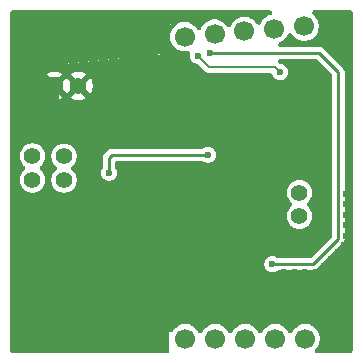
<source format=gbr>
%TF.GenerationSoftware,KiCad,Pcbnew,9.0.2*%
%TF.CreationDate,2025-06-04T00:25:23+07:00*%
%TF.ProjectId,Power Delivery Management_3.3V,506f7765-7220-4446-956c-697665727920,rev?*%
%TF.SameCoordinates,Original*%
%TF.FileFunction,Copper,L4,Bot*%
%TF.FilePolarity,Positive*%
%FSLAX46Y46*%
G04 Gerber Fmt 4.6, Leading zero omitted, Abs format (unit mm)*
G04 Created by KiCad (PCBNEW 9.0.2) date 2025-06-04 00:25:23*
%MOMM*%
%LPD*%
G01*
G04 APERTURE LIST*
G04 Aperture macros list*
%AMRotRect*
0 Rectangle, with rotation*
0 The origin of the aperture is its center*
0 $1 length*
0 $2 width*
0 $3 Rotation angle, in degrees counterclockwise*
0 Add horizontal line*
21,1,$1,$2,0,0,$3*%
G04 Aperture macros list end*
%TA.AperFunction,ComponentPad*%
%ADD10C,1.400000*%
%TD*%
%TA.AperFunction,ComponentPad*%
%ADD11RotRect,1.700000X1.700000X275.000000*%
%TD*%
%TA.AperFunction,ComponentPad*%
%ADD12C,1.700000*%
%TD*%
%TA.AperFunction,ComponentPad*%
%ADD13R,1.700000X1.700000*%
%TD*%
%TA.AperFunction,ViaPad*%
%ADD14C,0.600000*%
%TD*%
%TA.AperFunction,Conductor*%
%ADD15C,0.254000*%
%TD*%
%TA.AperFunction,Conductor*%
%ADD16C,0.200000*%
%TD*%
G04 APERTURE END LIST*
D10*
%TO.P,GND1,1,1*%
%TO.N,GND*%
X50749200Y-46990000D03*
X48749200Y-46990000D03*
%TD*%
%TO.P,3.3,1,1*%
%TO.N,3.3V*%
X46863000Y-54959000D03*
X46863000Y-52959000D03*
%TD*%
%TO.P,+12,1,1*%
%TO.N,+12V*%
X49530000Y-52975000D03*
X49530000Y-54975000D03*
%TD*%
%TO.P,SENS1,1,1*%
%TO.N,VSENSE*%
X69469000Y-56039000D03*
X69469000Y-58039000D03*
%TD*%
D11*
%TO.P,J4,1,Pin_1*%
%TO.N,GND*%
X47090827Y-43944567D03*
D12*
%TO.P,J4,2,Pin_2*%
X49621163Y-43723191D03*
%TO.P,J4,3,Pin_3*%
X52151496Y-43501816D03*
%TO.P,J4,4,Pin_4*%
X54681831Y-43280440D03*
%TO.P,J4,5,Pin_5*%
X57212165Y-43059065D03*
%TO.P,J4,6,Pin_6*%
%TO.N,3.3V*%
X59742500Y-42837689D03*
%TO.P,J4,7,Pin_7*%
X62272834Y-42616313D03*
%TO.P,J4,8,Pin_8*%
X64803169Y-42394938D03*
%TO.P,J4,9,Pin_9*%
X67333503Y-42173562D03*
%TO.P,J4,10,Pin_10*%
X69863838Y-41952187D03*
%TD*%
D13*
%TO.P,J3,1,Pin_1*%
%TO.N,GND*%
X47090827Y-68404360D03*
D12*
%TO.P,J3,2,Pin_2*%
X49630827Y-68404360D03*
%TO.P,J3,3,Pin_3*%
X52170827Y-68404360D03*
%TO.P,J3,4,Pin_4*%
X54710827Y-68404360D03*
%TO.P,J3,5,Pin_5*%
X57250827Y-68404360D03*
%TO.P,J3,6,Pin_6*%
%TO.N,+12V*%
X59790827Y-68404360D03*
%TO.P,J3,7,Pin_7*%
X62330827Y-68404360D03*
%TO.P,J3,8,Pin_8*%
X64870827Y-68404360D03*
%TO.P,J3,9,Pin_9*%
X67410827Y-68404360D03*
%TO.P,J3,10,Pin_10*%
X69950827Y-68404360D03*
%TD*%
D14*
%TO.N,3.3V*%
X61874400Y-44196000D03*
X60858400Y-44450000D03*
X67182000Y-62103000D03*
X67818000Y-45821600D03*
%TO.N,GND*%
X66040000Y-62230000D03*
X65024000Y-48260000D03*
X65786000Y-46228000D03*
X69291200Y-48107600D03*
X70739000Y-60960000D03*
X54737000Y-54356000D03*
X57404000Y-55118000D03*
X56642000Y-55118000D03*
X55826929Y-52029853D03*
X56261000Y-54356000D03*
X68199000Y-62738000D03*
X56488483Y-57221194D03*
X45339000Y-58547000D03*
X55880000Y-53721000D03*
X55118000Y-55118000D03*
X45339000Y-64389000D03*
X56682342Y-52019160D03*
X71534522Y-62273205D03*
X51308000Y-50292000D03*
X60960000Y-48260000D03*
X68529200Y-48107600D03*
X71374000Y-60325000D03*
X66294000Y-49149000D03*
X66675000Y-55499000D03*
X56642000Y-53721000D03*
X45339000Y-65913000D03*
X73406000Y-57912000D03*
X55118000Y-53721000D03*
X62992000Y-48260000D03*
X45339000Y-61849000D03*
X63246000Y-55499000D03*
X62357000Y-55499000D03*
X73398000Y-59690000D03*
X66675000Y-46228000D03*
X58928000Y-48768000D03*
X52070000Y-53594000D03*
X55880000Y-62484000D03*
X65786000Y-55499000D03*
X57023000Y-54356000D03*
X45339000Y-62611000D03*
X72126835Y-61680891D03*
X64135000Y-55499000D03*
X70866000Y-62738000D03*
X68199000Y-61341000D03*
X45339000Y-59309000D03*
X70180200Y-48107600D03*
X52070000Y-50292000D03*
X54356000Y-61087000D03*
X55253894Y-59782224D03*
X60706000Y-55499000D03*
X66040000Y-48260000D03*
X71069200Y-48107600D03*
X66294000Y-50038000D03*
X55880000Y-61087000D03*
X56495083Y-59764365D03*
X69088000Y-62738000D03*
X66294000Y-50927000D03*
X64897000Y-55499000D03*
X52070000Y-51181000D03*
X66294000Y-51816000D03*
X57404000Y-61087000D03*
X49784000Y-50292000D03*
X65405000Y-61722000D03*
X65405000Y-62865000D03*
X73414000Y-57023000D03*
X61595000Y-55499000D03*
X55880000Y-55118000D03*
X50546000Y-50292000D03*
X56497129Y-56143929D03*
X45339000Y-65151000D03*
X67564000Y-63500000D03*
X72009000Y-58801000D03*
X62992000Y-47244000D03*
X56488483Y-58771194D03*
X55118000Y-62484000D03*
X65532000Y-58420000D03*
X62992000Y-46228000D03*
X69977000Y-61341000D03*
X73406000Y-56134000D03*
X65024000Y-65024000D03*
X72009000Y-56134000D03*
X55283483Y-57221194D03*
X57023000Y-61849000D03*
X52070000Y-54356000D03*
X61976000Y-48260000D03*
X73263805Y-60462223D03*
X64897000Y-46228000D03*
X66040000Y-65024000D03*
X55499000Y-61849000D03*
X52070000Y-52832000D03*
X72009000Y-57023000D03*
X63692429Y-65247673D03*
X45339000Y-61087000D03*
X52070000Y-52070000D03*
X54737000Y-61849000D03*
X54356000Y-55118000D03*
X72009000Y-57912000D03*
X55258917Y-56126070D03*
X69977000Y-62730000D03*
X66853624Y-64348143D03*
X56642000Y-61087000D03*
X55499000Y-54356000D03*
X58928000Y-46736000D03*
X69088000Y-61341000D03*
X71988327Y-59619043D03*
X72719149Y-61061345D03*
X59944000Y-48260000D03*
X58928000Y-47752000D03*
X64008000Y-46228000D03*
X62484000Y-65278000D03*
X64008000Y-48260000D03*
X56642000Y-62484000D03*
X56261000Y-61849000D03*
X55118000Y-61087000D03*
X45339000Y-57785000D03*
X57580527Y-52008468D03*
X55283483Y-58771194D03*
X73406000Y-58801000D03*
%TO.N,BOOT*%
X61722000Y-52832000D03*
X53340000Y-54356000D03*
%TD*%
D15*
%TO.N,3.3V*%
X61874400Y-44196000D02*
X71120000Y-44196000D01*
D16*
X67818000Y-45821600D02*
X67411600Y-45415200D01*
X67411600Y-45415200D02*
X61823600Y-45415200D01*
D15*
X70612000Y-62103000D02*
X67182000Y-62103000D01*
X72771000Y-59944000D02*
X70612000Y-62103000D01*
X71120000Y-44196000D02*
X72771000Y-45847000D01*
D16*
X61823600Y-45415200D02*
X60858400Y-44450000D01*
D15*
X72771000Y-45847000D02*
X72771000Y-59944000D01*
%TO.N,BOOT*%
X53594000Y-52832000D02*
X53340000Y-53086000D01*
X61722000Y-52832000D02*
X53594000Y-52832000D01*
X53340000Y-53086000D02*
X53340000Y-54356000D01*
%TD*%
%TA.AperFunction,Conductor*%
%TO.N,GND*%
G36*
X73777881Y-40612568D02*
G01*
X73784225Y-40613572D01*
X73796909Y-40615582D01*
X73853304Y-40633907D01*
X73857423Y-40636006D01*
X73869249Y-40644598D01*
X73875179Y-40646977D01*
X73880431Y-40652723D01*
X73905380Y-40670850D01*
X73908650Y-40674120D01*
X73943502Y-40722093D01*
X73945599Y-40726209D01*
X73963915Y-40782574D01*
X73966999Y-40802042D01*
X73969334Y-40831693D01*
X73969334Y-69336680D01*
X73969330Y-69336695D01*
X73969333Y-69382397D01*
X73969333Y-69387684D01*
X73969331Y-69387691D01*
X73967002Y-69417315D01*
X73963917Y-69436800D01*
X73945597Y-69493191D01*
X73943501Y-69497305D01*
X73925379Y-69522248D01*
X73922159Y-69529339D01*
X73917250Y-69533437D01*
X73908649Y-69545277D01*
X73905379Y-69548547D01*
X73857422Y-69583391D01*
X73853305Y-69585489D01*
X73796922Y-69603813D01*
X73777888Y-69606829D01*
X73748231Y-69609164D01*
X70945120Y-69609164D01*
X70862899Y-69590398D01*
X70796963Y-69537815D01*
X70760371Y-69461832D01*
X70760371Y-69377496D01*
X70796963Y-69301513D01*
X70811114Y-69285676D01*
X70890163Y-69206628D01*
X71004100Y-69049807D01*
X71092103Y-68877092D01*
X71152003Y-68692737D01*
X71182327Y-68501281D01*
X71182327Y-68307439D01*
X71180686Y-68297081D01*
X71167664Y-68214860D01*
X71152003Y-68115983D01*
X71092103Y-67931628D01*
X71092103Y-67931627D01*
X71051982Y-67852886D01*
X71004100Y-67758913D01*
X70890163Y-67602092D01*
X70753095Y-67465024D01*
X70596274Y-67351087D01*
X70520096Y-67312272D01*
X70423559Y-67263083D01*
X70423553Y-67263081D01*
X70239207Y-67203184D01*
X70047749Y-67172860D01*
X70047748Y-67172860D01*
X69853906Y-67172860D01*
X69853905Y-67172860D01*
X69662446Y-67203184D01*
X69478100Y-67263081D01*
X69478094Y-67263083D01*
X69305378Y-67351088D01*
X69148561Y-67465022D01*
X69011489Y-67602094D01*
X68897554Y-67758911D01*
X68849672Y-67852886D01*
X68795623Y-67917625D01*
X68718838Y-67952503D01*
X68634524Y-67950610D01*
X68559380Y-67912322D01*
X68511982Y-67852886D01*
X68464099Y-67758911D01*
X68350164Y-67602094D01*
X68350163Y-67602092D01*
X68213095Y-67465024D01*
X68056274Y-67351087D01*
X67980096Y-67312272D01*
X67883559Y-67263083D01*
X67883553Y-67263081D01*
X67699207Y-67203184D01*
X67507749Y-67172860D01*
X67507748Y-67172860D01*
X67313906Y-67172860D01*
X67313905Y-67172860D01*
X67122446Y-67203184D01*
X66938100Y-67263081D01*
X66938094Y-67263083D01*
X66765378Y-67351088D01*
X66608561Y-67465022D01*
X66471489Y-67602094D01*
X66357554Y-67758911D01*
X66309672Y-67852886D01*
X66255623Y-67917625D01*
X66178838Y-67952503D01*
X66094524Y-67950610D01*
X66019380Y-67912322D01*
X65971982Y-67852886D01*
X65924099Y-67758911D01*
X65810164Y-67602094D01*
X65810163Y-67602092D01*
X65673095Y-67465024D01*
X65516274Y-67351087D01*
X65440096Y-67312272D01*
X65343559Y-67263083D01*
X65343553Y-67263081D01*
X65159207Y-67203184D01*
X64967749Y-67172860D01*
X64967748Y-67172860D01*
X64773906Y-67172860D01*
X64773905Y-67172860D01*
X64582446Y-67203184D01*
X64398100Y-67263081D01*
X64398094Y-67263083D01*
X64225378Y-67351088D01*
X64068561Y-67465022D01*
X63931489Y-67602094D01*
X63817554Y-67758911D01*
X63769672Y-67852886D01*
X63715623Y-67917625D01*
X63638838Y-67952503D01*
X63554524Y-67950610D01*
X63479380Y-67912322D01*
X63431982Y-67852886D01*
X63384099Y-67758911D01*
X63270164Y-67602094D01*
X63270163Y-67602092D01*
X63133095Y-67465024D01*
X62976274Y-67351087D01*
X62900096Y-67312272D01*
X62803559Y-67263083D01*
X62803553Y-67263081D01*
X62619207Y-67203184D01*
X62427749Y-67172860D01*
X62427748Y-67172860D01*
X62233906Y-67172860D01*
X62233905Y-67172860D01*
X62042446Y-67203184D01*
X61858100Y-67263081D01*
X61858094Y-67263083D01*
X61685378Y-67351088D01*
X61528561Y-67465022D01*
X61391489Y-67602094D01*
X61277554Y-67758911D01*
X61229672Y-67852886D01*
X61175623Y-67917625D01*
X61098838Y-67952503D01*
X61014524Y-67950610D01*
X60939380Y-67912322D01*
X60891982Y-67852886D01*
X60844099Y-67758911D01*
X60730164Y-67602094D01*
X60730163Y-67602092D01*
X60593095Y-67465024D01*
X60436274Y-67351087D01*
X60360096Y-67312272D01*
X60263559Y-67263083D01*
X60263553Y-67263081D01*
X60079207Y-67203184D01*
X59887749Y-67172860D01*
X59887748Y-67172860D01*
X59693906Y-67172860D01*
X59693905Y-67172860D01*
X59502446Y-67203184D01*
X59318100Y-67263081D01*
X59318094Y-67263083D01*
X59145378Y-67351088D01*
X58988561Y-67465022D01*
X58851488Y-67602095D01*
X58742712Y-67751812D01*
X58679201Y-67807299D01*
X58597905Y-67829735D01*
X58514925Y-67814676D01*
X58446696Y-67765105D01*
X58423940Y-67731459D01*
X58422778Y-67546622D01*
X57773794Y-67014123D01*
X45366837Y-66999036D01*
X45340510Y-69609164D01*
X45255197Y-69609164D01*
X45255120Y-69609159D01*
X45191826Y-69609163D01*
X45162178Y-69606831D01*
X45142720Y-69603750D01*
X45086327Y-69585428D01*
X45082226Y-69583339D01*
X45034241Y-69548470D01*
X45030991Y-69545219D01*
X45022400Y-69533393D01*
X45017488Y-69529292D01*
X45014261Y-69522188D01*
X44996161Y-69497271D01*
X44994070Y-69493167D01*
X44975749Y-69436776D01*
X44972667Y-69417311D01*
X44970337Y-69387685D01*
X44970337Y-69353107D01*
X44970338Y-69336695D01*
X44970337Y-69336691D01*
X44970337Y-52873883D01*
X45781500Y-52873883D01*
X45781500Y-52873884D01*
X45781500Y-53044116D01*
X45808130Y-53212252D01*
X45851344Y-53345251D01*
X45860735Y-53374151D01*
X45860737Y-53374156D01*
X45938016Y-53525827D01*
X45938018Y-53525829D01*
X46038078Y-53663550D01*
X46038080Y-53663552D01*
X46158447Y-53783919D01*
X46158455Y-53783926D01*
X46188414Y-53805693D01*
X46243901Y-53869204D01*
X46266336Y-53950500D01*
X46251277Y-54033480D01*
X46201705Y-54101708D01*
X46188414Y-54112307D01*
X46158455Y-54134073D01*
X46158447Y-54134080D01*
X46038080Y-54254447D01*
X46038078Y-54254450D01*
X45938018Y-54392170D01*
X45938016Y-54392172D01*
X45860737Y-54543843D01*
X45860735Y-54543848D01*
X45808130Y-54705746D01*
X45781500Y-54873883D01*
X45781500Y-55044116D01*
X45808130Y-55212253D01*
X45860735Y-55374151D01*
X45860737Y-55374156D01*
X45938016Y-55525827D01*
X45938018Y-55525829D01*
X46038078Y-55663550D01*
X46158450Y-55783922D01*
X46296170Y-55883981D01*
X46296172Y-55883983D01*
X46375071Y-55924183D01*
X46447848Y-55961265D01*
X46609748Y-56013870D01*
X46777884Y-56040500D01*
X46948116Y-56040500D01*
X47116252Y-56013870D01*
X47278152Y-55961265D01*
X47429829Y-55883982D01*
X47567550Y-55783922D01*
X47687922Y-55663550D01*
X47787982Y-55525829D01*
X47865265Y-55374152D01*
X47917870Y-55212252D01*
X47944500Y-55044116D01*
X47944500Y-54873884D01*
X47917870Y-54705748D01*
X47865265Y-54543848D01*
X47828183Y-54471071D01*
X47787983Y-54392172D01*
X47787981Y-54392170D01*
X47687922Y-54254450D01*
X47567550Y-54134078D01*
X47537585Y-54112307D01*
X47482099Y-54048798D01*
X47459663Y-53967502D01*
X47474721Y-53884522D01*
X47524292Y-53816293D01*
X47537581Y-53805695D01*
X47567550Y-53783922D01*
X47687922Y-53663550D01*
X47787982Y-53525829D01*
X47865265Y-53374152D01*
X47917870Y-53212252D01*
X47944500Y-53044116D01*
X47944500Y-52889884D01*
X48448500Y-52889884D01*
X48448500Y-53060116D01*
X48475130Y-53228252D01*
X48525035Y-53381843D01*
X48527735Y-53390151D01*
X48527737Y-53390156D01*
X48605016Y-53541827D01*
X48605018Y-53541829D01*
X48705078Y-53679550D01*
X48705080Y-53679552D01*
X48825447Y-53799919D01*
X48825455Y-53799926D01*
X48855414Y-53821693D01*
X48910901Y-53885204D01*
X48933336Y-53966500D01*
X48918277Y-54049480D01*
X48868705Y-54117708D01*
X48855414Y-54128307D01*
X48825455Y-54150073D01*
X48825447Y-54150080D01*
X48705080Y-54270447D01*
X48705078Y-54270450D01*
X48605018Y-54408170D01*
X48605016Y-54408172D01*
X48527737Y-54559843D01*
X48527735Y-54559848D01*
X48475130Y-54721746D01*
X48448500Y-54889883D01*
X48448500Y-55060116D01*
X48475130Y-55228253D01*
X48527735Y-55390151D01*
X48527737Y-55390156D01*
X48605016Y-55541827D01*
X48605018Y-55541829D01*
X48705078Y-55679550D01*
X48825450Y-55799922D01*
X48963170Y-55899981D01*
X48963172Y-55899983D01*
X49042071Y-55940183D01*
X49114848Y-55977265D01*
X49276748Y-56029870D01*
X49444884Y-56056500D01*
X49615116Y-56056500D01*
X49783252Y-56029870D01*
X49945152Y-55977265D01*
X49991042Y-55953883D01*
X68387500Y-55953883D01*
X68387500Y-56124116D01*
X68414130Y-56292253D01*
X68466735Y-56454151D01*
X68466737Y-56454156D01*
X68544016Y-56605827D01*
X68544018Y-56605829D01*
X68644078Y-56743550D01*
X68644080Y-56743552D01*
X68764447Y-56863919D01*
X68764455Y-56863926D01*
X68794414Y-56885693D01*
X68849901Y-56949204D01*
X68872336Y-57030500D01*
X68857277Y-57113480D01*
X68807705Y-57181708D01*
X68794414Y-57192307D01*
X68764455Y-57214073D01*
X68764447Y-57214080D01*
X68644080Y-57334447D01*
X68644078Y-57334450D01*
X68544018Y-57472170D01*
X68544016Y-57472172D01*
X68466737Y-57623843D01*
X68466735Y-57623848D01*
X68414130Y-57785746D01*
X68387500Y-57953883D01*
X68387500Y-58124116D01*
X68414130Y-58292253D01*
X68466735Y-58454151D01*
X68466737Y-58454156D01*
X68544016Y-58605827D01*
X68544018Y-58605829D01*
X68644078Y-58743550D01*
X68764450Y-58863922D01*
X68902170Y-58963981D01*
X68902172Y-58963983D01*
X68981071Y-59004183D01*
X69053848Y-59041265D01*
X69215748Y-59093870D01*
X69383884Y-59120500D01*
X69554116Y-59120500D01*
X69722252Y-59093870D01*
X69884152Y-59041265D01*
X70035829Y-58963982D01*
X70173550Y-58863922D01*
X70293922Y-58743550D01*
X70393982Y-58605829D01*
X70471265Y-58454152D01*
X70523870Y-58292252D01*
X70550500Y-58124116D01*
X70550500Y-57953884D01*
X70523870Y-57785748D01*
X70471265Y-57623848D01*
X70393982Y-57472171D01*
X70293922Y-57334450D01*
X70173550Y-57214078D01*
X70143585Y-57192307D01*
X70088099Y-57128798D01*
X70065663Y-57047502D01*
X70080721Y-56964522D01*
X70130292Y-56896293D01*
X70143581Y-56885695D01*
X70173550Y-56863922D01*
X70293922Y-56743550D01*
X70393982Y-56605829D01*
X70471265Y-56454152D01*
X70523870Y-56292252D01*
X70550500Y-56124116D01*
X70550500Y-55953884D01*
X70523870Y-55785748D01*
X70471265Y-55623848D01*
X70393982Y-55472171D01*
X70293922Y-55334450D01*
X70173550Y-55214078D01*
X70035829Y-55114018D01*
X70035827Y-55114016D01*
X69884156Y-55036737D01*
X69884155Y-55036736D01*
X69884152Y-55036735D01*
X69803202Y-55010432D01*
X69722253Y-54984130D01*
X69554116Y-54957500D01*
X69383884Y-54957500D01*
X69215746Y-54984130D01*
X69053848Y-55036735D01*
X69053843Y-55036737D01*
X68902172Y-55114016D01*
X68902170Y-55114018D01*
X68764450Y-55214078D01*
X68764447Y-55214080D01*
X68644080Y-55334447D01*
X68644078Y-55334450D01*
X68544018Y-55472170D01*
X68544016Y-55472172D01*
X68466737Y-55623843D01*
X68466735Y-55623848D01*
X68414130Y-55785746D01*
X68387500Y-55953883D01*
X49991042Y-55953883D01*
X50096829Y-55899982D01*
X50234550Y-55799922D01*
X50354922Y-55679550D01*
X50454982Y-55541829D01*
X50532265Y-55390152D01*
X50584870Y-55228252D01*
X50611500Y-55060116D01*
X50611500Y-54889884D01*
X50584870Y-54721748D01*
X50532265Y-54559848D01*
X50462600Y-54423122D01*
X50454983Y-54408172D01*
X50454979Y-54408166D01*
X50442474Y-54390955D01*
X50442472Y-54390953D01*
X50368310Y-54288878D01*
X52658500Y-54288878D01*
X52658500Y-54423122D01*
X52684690Y-54554786D01*
X52684691Y-54554788D01*
X52684692Y-54554793D01*
X52736059Y-54678805D01*
X52736063Y-54678812D01*
X52810645Y-54790431D01*
X52905569Y-54885355D01*
X52960998Y-54922392D01*
X53017187Y-54959936D01*
X53017194Y-54959940D01*
X53141206Y-55011307D01*
X53141207Y-55011307D01*
X53141214Y-55011310D01*
X53272878Y-55037500D01*
X53272881Y-55037500D01*
X53407119Y-55037500D01*
X53407122Y-55037500D01*
X53538786Y-55011310D01*
X53559050Y-55002916D01*
X53662805Y-54959940D01*
X53662808Y-54959938D01*
X53662811Y-54959937D01*
X53774431Y-54885355D01*
X53869355Y-54790431D01*
X53943937Y-54678811D01*
X53943938Y-54678808D01*
X53943940Y-54678805D01*
X53995307Y-54554793D01*
X53995306Y-54554793D01*
X53995310Y-54554786D01*
X54021500Y-54423122D01*
X54021500Y-54288878D01*
X53995310Y-54157214D01*
X53992355Y-54150080D01*
X53943940Y-54033194D01*
X53943936Y-54033187D01*
X53880437Y-53938154D01*
X53875645Y-53925601D01*
X53867266Y-53915094D01*
X53860769Y-53886632D01*
X53850361Y-53859364D01*
X53848500Y-53832873D01*
X53848500Y-53530000D01*
X53867266Y-53447779D01*
X53919849Y-53381843D01*
X53995832Y-53345251D01*
X54038000Y-53340500D01*
X61198874Y-53340500D01*
X61281095Y-53359266D01*
X61304145Y-53372430D01*
X61399189Y-53435937D01*
X61399191Y-53435938D01*
X61399193Y-53435939D01*
X61399194Y-53435940D01*
X61523206Y-53487307D01*
X61523207Y-53487307D01*
X61523214Y-53487310D01*
X61654878Y-53513500D01*
X61654881Y-53513500D01*
X61789119Y-53513500D01*
X61789122Y-53513500D01*
X61920786Y-53487310D01*
X61941050Y-53478916D01*
X62044805Y-53435940D01*
X62044808Y-53435938D01*
X62044811Y-53435937D01*
X62156431Y-53361355D01*
X62251355Y-53266431D01*
X62325937Y-53154811D01*
X62325938Y-53154808D01*
X62325940Y-53154805D01*
X62368916Y-53051050D01*
X62377310Y-53030786D01*
X62403500Y-52899122D01*
X62403500Y-52764878D01*
X62377310Y-52633214D01*
X62346919Y-52559843D01*
X62325940Y-52509194D01*
X62325936Y-52509187D01*
X62269750Y-52425099D01*
X62251355Y-52397569D01*
X62156431Y-52302645D01*
X62108248Y-52270450D01*
X62044812Y-52228063D01*
X62044805Y-52228059D01*
X61920793Y-52176692D01*
X61920788Y-52176691D01*
X61920786Y-52176690D01*
X61789122Y-52150500D01*
X61654878Y-52150500D01*
X61523214Y-52176690D01*
X61523212Y-52176690D01*
X61523206Y-52176692D01*
X61399194Y-52228059D01*
X61399193Y-52228060D01*
X61399189Y-52228063D01*
X61304152Y-52291564D01*
X61225365Y-52321639D01*
X61198874Y-52323500D01*
X53527054Y-52323500D01*
X53397726Y-52358153D01*
X53397720Y-52358155D01*
X53281775Y-52425097D01*
X52933097Y-52773775D01*
X52867757Y-52886945D01*
X52867758Y-52886946D01*
X52866151Y-52889728D01*
X52831500Y-53019053D01*
X52831500Y-53832873D01*
X52812734Y-53915094D01*
X52799563Y-53938154D01*
X52736063Y-54033187D01*
X52736059Y-54033194D01*
X52684692Y-54157206D01*
X52684690Y-54157212D01*
X52684690Y-54157214D01*
X52658500Y-54288878D01*
X50368310Y-54288878D01*
X50354922Y-54270450D01*
X50234550Y-54150078D01*
X50204585Y-54128307D01*
X50149099Y-54064798D01*
X50126663Y-53983502D01*
X50141721Y-53900522D01*
X50191292Y-53832293D01*
X50204581Y-53821695D01*
X50234550Y-53799922D01*
X50354922Y-53679550D01*
X50454982Y-53541829D01*
X50532265Y-53390152D01*
X50584870Y-53228252D01*
X50611500Y-53060116D01*
X50611500Y-52889884D01*
X50584870Y-52721748D01*
X50532265Y-52559848D01*
X50495183Y-52487071D01*
X50454983Y-52408172D01*
X50454981Y-52408170D01*
X50443357Y-52392171D01*
X50354922Y-52270450D01*
X50234550Y-52150078D01*
X50096829Y-52050018D01*
X50096827Y-52050016D01*
X49945156Y-51972737D01*
X49945155Y-51972736D01*
X49945152Y-51972735D01*
X49864202Y-51946432D01*
X49783253Y-51920130D01*
X49615116Y-51893500D01*
X49444884Y-51893500D01*
X49276746Y-51920130D01*
X49114848Y-51972735D01*
X49114843Y-51972737D01*
X48963172Y-52050016D01*
X48963170Y-52050018D01*
X48825450Y-52150078D01*
X48825447Y-52150080D01*
X48705080Y-52270447D01*
X48705078Y-52270450D01*
X48605018Y-52408170D01*
X48605016Y-52408172D01*
X48527737Y-52559843D01*
X48527735Y-52559848D01*
X48475130Y-52721746D01*
X48466890Y-52773773D01*
X48448500Y-52889884D01*
X47944500Y-52889884D01*
X47944500Y-52873884D01*
X47917870Y-52705748D01*
X47865265Y-52543848D01*
X47796135Y-52408172D01*
X47787983Y-52392172D01*
X47787981Y-52392170D01*
X47763268Y-52358155D01*
X47687922Y-52254450D01*
X47567550Y-52134078D01*
X47429829Y-52034018D01*
X47429827Y-52034016D01*
X47278156Y-51956737D01*
X47278155Y-51956736D01*
X47278152Y-51956735D01*
X47197202Y-51930432D01*
X47116253Y-51904130D01*
X46948116Y-51877500D01*
X46777884Y-51877500D01*
X46609746Y-51904130D01*
X46447848Y-51956735D01*
X46447843Y-51956737D01*
X46296172Y-52034016D01*
X46296170Y-52034018D01*
X46158450Y-52134078D01*
X46158447Y-52134080D01*
X46038080Y-52254447D01*
X46038078Y-52254450D01*
X45938018Y-52392170D01*
X45938016Y-52392172D01*
X45860737Y-52543843D01*
X45860735Y-52543848D01*
X45808130Y-52705746D01*
X45781500Y-52873883D01*
X44970337Y-52873883D01*
X44970337Y-48753976D01*
X49149000Y-48692581D01*
X49149000Y-48121850D01*
X49209836Y-48102084D01*
X49209838Y-48102084D01*
X49378142Y-48016328D01*
X49403528Y-47997883D01*
X50094870Y-47997883D01*
X50120261Y-48016330D01*
X50288551Y-48102079D01*
X50288563Y-48102084D01*
X50468197Y-48160451D01*
X50654758Y-48190000D01*
X50843642Y-48190000D01*
X51030202Y-48160451D01*
X51209836Y-48102084D01*
X51209838Y-48102084D01*
X51378142Y-48016328D01*
X51403528Y-47997883D01*
X50749200Y-47343553D01*
X50094870Y-47997883D01*
X49403528Y-47997883D01*
X49149000Y-47743354D01*
X49149000Y-47036246D01*
X49749200Y-47636445D01*
X50395646Y-46990000D01*
X50349568Y-46943922D01*
X50399200Y-46943922D01*
X50399200Y-47036078D01*
X50423052Y-47125095D01*
X50469130Y-47204905D01*
X50534295Y-47270070D01*
X50614105Y-47316148D01*
X50703122Y-47340000D01*
X50795278Y-47340000D01*
X50884295Y-47316148D01*
X50964105Y-47270070D01*
X51029270Y-47204905D01*
X51075348Y-47125095D01*
X51099200Y-47036078D01*
X51099200Y-46990000D01*
X51102753Y-46990000D01*
X51757083Y-47644328D01*
X51775528Y-47618942D01*
X51861284Y-47450638D01*
X51861284Y-47450636D01*
X51919651Y-47271002D01*
X51949200Y-47084442D01*
X51949200Y-46895557D01*
X51919651Y-46708997D01*
X51861284Y-46529363D01*
X51861279Y-46529351D01*
X51775530Y-46361061D01*
X51757083Y-46335670D01*
X51102753Y-46990000D01*
X51099200Y-46990000D01*
X51099200Y-46943922D01*
X51075348Y-46854905D01*
X51029270Y-46775095D01*
X50964105Y-46709930D01*
X50884295Y-46663852D01*
X50795278Y-46640000D01*
X50703122Y-46640000D01*
X50614105Y-46663852D01*
X50534295Y-46709930D01*
X50469130Y-46775095D01*
X50423052Y-46854905D01*
X50399200Y-46943922D01*
X50349568Y-46943922D01*
X49749200Y-46343553D01*
X49149000Y-46943753D01*
X49149000Y-46236643D01*
X49403528Y-45982115D01*
X50094870Y-45982115D01*
X50749200Y-46636445D01*
X51403528Y-45982115D01*
X51378136Y-45963667D01*
X51209843Y-45877918D01*
X51209836Y-45877915D01*
X51030202Y-45819548D01*
X50843642Y-45790000D01*
X50654758Y-45790000D01*
X50468197Y-45819548D01*
X50288563Y-45877915D01*
X50288561Y-45877915D01*
X50120263Y-45963668D01*
X50094870Y-45982115D01*
X49403528Y-45982115D01*
X49378136Y-45963667D01*
X49209843Y-45877918D01*
X49209836Y-45877915D01*
X49030202Y-45819548D01*
X48843642Y-45790000D01*
X48654758Y-45790000D01*
X48468197Y-45819548D01*
X48288563Y-45877915D01*
X48288561Y-45877915D01*
X48120263Y-45963668D01*
X48094870Y-45982115D01*
X48340420Y-46227665D01*
X44970337Y-46221682D01*
X44970337Y-42445212D01*
X45222081Y-45592010D01*
X54645177Y-44630440D01*
X54788079Y-44630440D01*
X54997960Y-44597197D01*
X55010326Y-44593178D01*
X56991766Y-44390984D01*
X57105917Y-44409065D01*
X57318413Y-44409065D01*
X57528294Y-44375822D01*
X57705907Y-44318110D01*
X58734533Y-44213146D01*
X58677276Y-43526068D01*
X58734504Y-43555227D01*
X58766366Y-43589309D01*
X58803164Y-43639957D01*
X58940232Y-43777025D01*
X59097053Y-43890962D01*
X59167344Y-43926777D01*
X59269767Y-43978965D01*
X59269773Y-43978967D01*
X59454119Y-44038864D01*
X59454120Y-44038864D01*
X59454123Y-44038865D01*
X59587799Y-44060037D01*
X59645578Y-44069189D01*
X59645579Y-44069189D01*
X59839421Y-44069189D01*
X59983761Y-44046327D01*
X60067900Y-44052000D01*
X60141251Y-44093619D01*
X60189279Y-44162942D01*
X60202473Y-44246239D01*
X60199261Y-44270462D01*
X60176900Y-44382878D01*
X60176900Y-44517122D01*
X60203090Y-44648786D01*
X60203091Y-44648788D01*
X60203092Y-44648793D01*
X60254459Y-44772805D01*
X60254463Y-44772812D01*
X60329045Y-44884431D01*
X60423968Y-44979354D01*
X60535587Y-45053936D01*
X60535594Y-45053940D01*
X60659606Y-45105307D01*
X60659607Y-45105307D01*
X60659614Y-45105310D01*
X60791278Y-45131500D01*
X60791290Y-45131500D01*
X60798867Y-45132247D01*
X60878853Y-45158980D01*
X60914294Y-45186838D01*
X61527952Y-45800496D01*
X61527954Y-45800497D01*
X61637742Y-45863884D01*
X61637744Y-45863885D01*
X61637748Y-45863887D01*
X61760209Y-45896700D01*
X61886991Y-45896700D01*
X66984837Y-45896700D01*
X67067058Y-45915466D01*
X67132994Y-45968049D01*
X67159912Y-46013681D01*
X67214061Y-46144409D01*
X67214063Y-46144412D01*
X67288645Y-46256031D01*
X67383568Y-46350954D01*
X67495187Y-46425536D01*
X67495194Y-46425540D01*
X67619206Y-46476907D01*
X67619207Y-46476907D01*
X67619214Y-46476910D01*
X67750878Y-46503100D01*
X67750881Y-46503100D01*
X67885119Y-46503100D01*
X67885122Y-46503100D01*
X68016786Y-46476910D01*
X68037050Y-46468516D01*
X68140805Y-46425540D01*
X68140808Y-46425538D01*
X68140811Y-46425537D01*
X68252431Y-46350955D01*
X68347355Y-46256031D01*
X68421937Y-46144411D01*
X68421938Y-46144408D01*
X68421940Y-46144405D01*
X68473307Y-46020393D01*
X68473306Y-46020393D01*
X68473310Y-46020386D01*
X68499500Y-45888722D01*
X68499500Y-45754478D01*
X68473310Y-45622814D01*
X68473307Y-45622806D01*
X68421940Y-45498794D01*
X68421936Y-45498787D01*
X68347354Y-45387168D01*
X68252431Y-45292245D01*
X68140812Y-45217663D01*
X68140805Y-45217659D01*
X68016793Y-45166292D01*
X68016788Y-45166291D01*
X68016786Y-45166290D01*
X67885122Y-45140100D01*
X67885119Y-45140100D01*
X67885114Y-45140099D01*
X67877522Y-45139351D01*
X67856030Y-45132166D01*
X67833516Y-45129630D01*
X67816545Y-45118967D01*
X67797537Y-45112613D01*
X67762106Y-45084762D01*
X67750535Y-45073191D01*
X67707248Y-45029904D01*
X67707245Y-45029902D01*
X67705341Y-45027998D01*
X67660472Y-44956589D01*
X67651028Y-44872784D01*
X67678882Y-44793181D01*
X67738516Y-44733547D01*
X67818118Y-44705692D01*
X67839337Y-44704500D01*
X70830878Y-44704500D01*
X70913099Y-44723266D01*
X70964875Y-44760003D01*
X72206997Y-46002124D01*
X72251866Y-46073533D01*
X72262500Y-46136121D01*
X72262500Y-59654878D01*
X72243734Y-59737099D01*
X72206997Y-59788875D01*
X70456875Y-61538997D01*
X70385466Y-61583866D01*
X70322878Y-61594500D01*
X67705126Y-61594500D01*
X67622905Y-61575734D01*
X67599854Y-61562569D01*
X67504811Y-61499063D01*
X67504809Y-61499062D01*
X67504806Y-61499060D01*
X67504805Y-61499059D01*
X67380793Y-61447692D01*
X67380788Y-61447691D01*
X67380786Y-61447690D01*
X67249122Y-61421500D01*
X67114878Y-61421500D01*
X66983214Y-61447690D01*
X66983212Y-61447690D01*
X66983206Y-61447692D01*
X66859194Y-61499059D01*
X66859187Y-61499063D01*
X66747568Y-61573645D01*
X66652645Y-61668568D01*
X66578063Y-61780187D01*
X66578059Y-61780194D01*
X66526692Y-61904206D01*
X66526690Y-61904212D01*
X66526690Y-61904214D01*
X66500500Y-62035878D01*
X66500500Y-62170122D01*
X66526690Y-62301786D01*
X66526691Y-62301788D01*
X66526692Y-62301793D01*
X66578059Y-62425805D01*
X66578063Y-62425812D01*
X66634250Y-62509901D01*
X66652645Y-62537431D01*
X66747569Y-62632355D01*
X66802998Y-62669392D01*
X66859187Y-62706936D01*
X66859194Y-62706940D01*
X66983206Y-62758307D01*
X66983207Y-62758307D01*
X66983214Y-62758310D01*
X67114878Y-62784500D01*
X67114881Y-62784500D01*
X67249119Y-62784500D01*
X67249122Y-62784500D01*
X67380786Y-62758310D01*
X67401050Y-62749916D01*
X67504805Y-62706940D01*
X67504806Y-62706939D01*
X67504805Y-62706939D01*
X67504811Y-62706937D01*
X67599847Y-62643435D01*
X67678635Y-62613361D01*
X67705126Y-62611500D01*
X70678946Y-62611500D01*
X70701507Y-62605454D01*
X70808274Y-62576847D01*
X70924227Y-62509901D01*
X73177901Y-60256227D01*
X73244847Y-60140274D01*
X73279500Y-60010945D01*
X73279500Y-59877055D01*
X73279500Y-45780055D01*
X73244847Y-45650726D01*
X73177901Y-45534774D01*
X73177900Y-45534773D01*
X73177900Y-45534772D01*
X73083226Y-45440098D01*
X73083226Y-45440099D01*
X71432227Y-43789099D01*
X71432085Y-43789017D01*
X71316279Y-43722155D01*
X71316275Y-43722153D01*
X71316274Y-43722153D01*
X71251609Y-43704826D01*
X71186946Y-43687500D01*
X71186945Y-43687500D01*
X67855756Y-43687500D01*
X67773535Y-43668734D01*
X67707599Y-43616151D01*
X67671007Y-43540168D01*
X67671007Y-43455832D01*
X67707599Y-43379849D01*
X67773535Y-43327266D01*
X67797198Y-43317775D01*
X67806229Y-43314840D01*
X67806235Y-43314838D01*
X67818040Y-43308823D01*
X67978950Y-43226835D01*
X68135771Y-43112898D01*
X68272839Y-42975830D01*
X68386776Y-42819009D01*
X68474779Y-42646294D01*
X68477630Y-42639412D01*
X68478805Y-42639899D01*
X68517776Y-42574652D01*
X68588154Y-42528183D01*
X68671725Y-42516851D01*
X68751936Y-42542901D01*
X68808072Y-42594204D01*
X68920945Y-42749559D01*
X68924502Y-42754455D01*
X69061570Y-42891523D01*
X69218391Y-43005460D01*
X69319828Y-43057145D01*
X69391105Y-43093463D01*
X69391111Y-43093465D01*
X69575457Y-43153362D01*
X69575458Y-43153362D01*
X69575461Y-43153363D01*
X69709137Y-43174535D01*
X69766916Y-43183687D01*
X69766917Y-43183687D01*
X69960760Y-43183687D01*
X70005143Y-43176657D01*
X70152215Y-43153363D01*
X70336570Y-43093463D01*
X70509285Y-43005460D01*
X70666106Y-42891523D01*
X70803174Y-42754455D01*
X70917111Y-42597634D01*
X71005114Y-42424919D01*
X71065014Y-42240564D01*
X71095338Y-42049108D01*
X71095338Y-41855266D01*
X71088809Y-41814047D01*
X71070178Y-41696413D01*
X71065014Y-41663810D01*
X71041900Y-41592672D01*
X71005116Y-41479460D01*
X71005114Y-41479454D01*
X70956891Y-41384813D01*
X70917111Y-41306740D01*
X70803174Y-41149919D01*
X70666106Y-41012851D01*
X70583786Y-40953042D01*
X70528300Y-40889533D01*
X70505864Y-40808237D01*
X70520922Y-40725257D01*
X70570493Y-40657028D01*
X70644759Y-40617064D01*
X70695173Y-40610235D01*
X73748239Y-40610235D01*
X73777881Y-40612568D01*
G37*
%TD.AperFunction*%
%TA.AperFunction,Conductor*%
G36*
X67045477Y-40629001D02*
G01*
X67111413Y-40681584D01*
X67148005Y-40757567D01*
X67148005Y-40841903D01*
X67111413Y-40917886D01*
X67045477Y-40970469D01*
X67021814Y-40979960D01*
X66860776Y-41032283D01*
X66860770Y-41032285D01*
X66688054Y-41120290D01*
X66531237Y-41234224D01*
X66394165Y-41371296D01*
X66280231Y-41528113D01*
X66192226Y-41700829D01*
X66189376Y-41707712D01*
X66188204Y-41707226D01*
X66149204Y-41772496D01*
X66078817Y-41818953D01*
X65995245Y-41830269D01*
X65915038Y-41804204D01*
X65858932Y-41752918D01*
X65817876Y-41696410D01*
X65742505Y-41592670D01*
X65605437Y-41455602D01*
X65448616Y-41341665D01*
X65380068Y-41306738D01*
X65275901Y-41253661D01*
X65275895Y-41253659D01*
X65091549Y-41193762D01*
X64900091Y-41163438D01*
X64900090Y-41163438D01*
X64706248Y-41163438D01*
X64706247Y-41163438D01*
X64514788Y-41193762D01*
X64330442Y-41253659D01*
X64330436Y-41253661D01*
X64157720Y-41341666D01*
X64000903Y-41455600D01*
X63863831Y-41592672D01*
X63749897Y-41749489D01*
X63661892Y-41922205D01*
X63659042Y-41929088D01*
X63657870Y-41928602D01*
X63618870Y-41993872D01*
X63548483Y-42040329D01*
X63464911Y-42051645D01*
X63384704Y-42025580D01*
X63328599Y-41974295D01*
X63212172Y-41814048D01*
X63212171Y-41814047D01*
X63212170Y-41814045D01*
X63075102Y-41676977D01*
X62918281Y-41563040D01*
X62849733Y-41528113D01*
X62745566Y-41475036D01*
X62745560Y-41475034D01*
X62561214Y-41415137D01*
X62369756Y-41384813D01*
X62369755Y-41384813D01*
X62175913Y-41384813D01*
X62175912Y-41384813D01*
X61984453Y-41415137D01*
X61800107Y-41475034D01*
X61800101Y-41475036D01*
X61627385Y-41563041D01*
X61470568Y-41676975D01*
X61333496Y-41814047D01*
X61219562Y-41970864D01*
X61131557Y-42143580D01*
X61128707Y-42150463D01*
X61127535Y-42149977D01*
X61088535Y-42215247D01*
X61018148Y-42261704D01*
X60934576Y-42273020D01*
X60854369Y-42246955D01*
X60798263Y-42195669D01*
X60691780Y-42049108D01*
X60681836Y-42035421D01*
X60544768Y-41898353D01*
X60387947Y-41784416D01*
X60305304Y-41742307D01*
X60215232Y-41696412D01*
X60215226Y-41696410D01*
X60030880Y-41636513D01*
X59839422Y-41606189D01*
X59839421Y-41606189D01*
X59645579Y-41606189D01*
X59645578Y-41606189D01*
X59454119Y-41636513D01*
X59269773Y-41696410D01*
X59269767Y-41696412D01*
X59097051Y-41784417D01*
X58940234Y-41898351D01*
X58803162Y-42035423D01*
X58689229Y-42192238D01*
X58649002Y-42271187D01*
X58594952Y-42335926D01*
X58578713Y-42343301D01*
X58482353Y-41186972D01*
X44970337Y-42289992D01*
X44970337Y-40831693D01*
X44972670Y-40802049D01*
X44973699Y-40795548D01*
X44975750Y-40782605D01*
X44994067Y-40726230D01*
X44996163Y-40722117D01*
X45014266Y-40697204D01*
X45017499Y-40690090D01*
X45022423Y-40685979D01*
X45031024Y-40674143D01*
X45034282Y-40670885D01*
X45082241Y-40636050D01*
X45086346Y-40633959D01*
X45142721Y-40615647D01*
X45162186Y-40612565D01*
X45191812Y-40610235D01*
X66963256Y-40610235D01*
X67045477Y-40629001D01*
G37*
%TD.AperFunction*%
%TD*%
%TA.AperFunction,Conductor*%
%TO.N,GND*%
G36*
X57773794Y-67014123D02*
G01*
X58422778Y-67546622D01*
X58434993Y-69488052D01*
X58416157Y-69552203D01*
X58363353Y-69597958D01*
X58311842Y-69609164D01*
X45340509Y-69609164D01*
X45366837Y-66999036D01*
X57773794Y-67014123D01*
G37*
%TD.AperFunction*%
%TD*%
%TA.AperFunction,Conductor*%
%TO.N,GND*%
G36*
X58584744Y-42415673D02*
G01*
X58541324Y-42549310D01*
X58511000Y-42740768D01*
X58511000Y-42934609D01*
X58541324Y-43126067D01*
X58601222Y-43310418D01*
X58601223Y-43310421D01*
X58670663Y-43446702D01*
X58734533Y-44213146D01*
X45222081Y-45592010D01*
X44970337Y-42445212D01*
X44970337Y-42289992D01*
X58482353Y-41186972D01*
X58584744Y-42415673D01*
G37*
%TD.AperFunction*%
%TD*%
%TA.AperFunction,Conductor*%
%TO.N,GND*%
G36*
X49149000Y-46229101D02*
G01*
X49149000Y-48692581D01*
X44970337Y-48753976D01*
X44970337Y-46221682D01*
X49149000Y-46229101D01*
G37*
%TD.AperFunction*%
%TD*%
M02*

</source>
